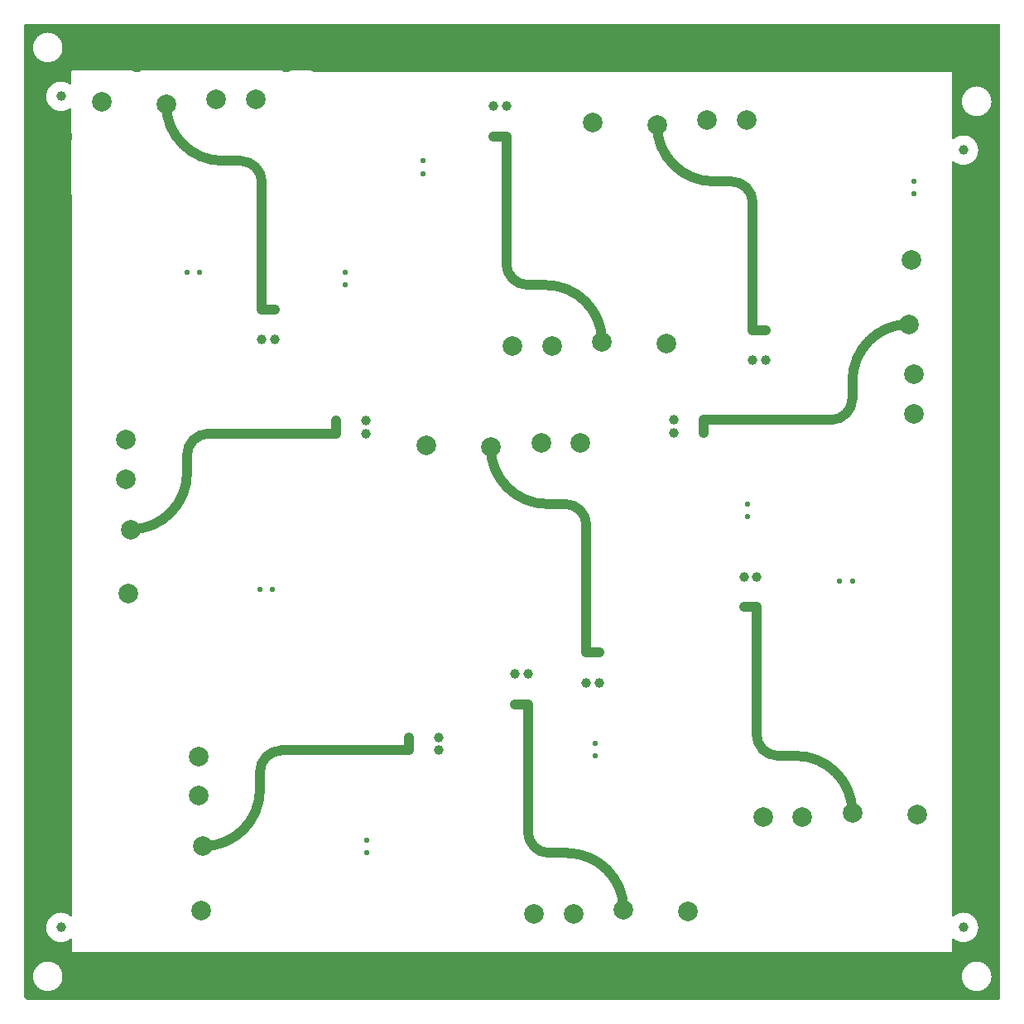
<source format=gtl>
%FSLAX46Y46*%
%MOMM*%
%ADD11C,1.000000*%
%AMPS13*
1,1,1.000000,0.000000,0.000000*
%
%ADD13PS13*%
%AMPS19*
1,1,1.000000,0.000000,0.000000*
%
%ADD19PS19*%
%AMPS16*
1,1,1.000000,0.000000,0.000000*
%
%ADD16PS16*%
%AMPS22*
1,1,1.000000,0.000000,0.000000*
%
%ADD22PS22*%
%AMPS12*
1,1,2.000000,0.000000,0.000000*
%
%ADD12PS12*%
%AMPS18*
1,1,2.000000,0.000000,0.000000*
%
%ADD18PS18*%
%AMPS15*
1,1,2.000000,0.000000,0.000000*
%
%ADD15PS15*%
%AMPS21*
1,1,2.000000,0.000000,0.000000*
%
%ADD21PS21*%
%AMPS14*
1,1,0.550000,0.000000,0.000000*
%
%ADD14PS14*%
%AMPS20*
1,1,0.550000,0.000000,0.000000*
%
%ADD20PS20*%
%AMPS17*
1,1,0.550000,0.000000,0.000000*
%
%ADD17PS17*%
%AMPS23*
1,1,0.550000,0.000000,0.000000*
%
%ADD23PS23*%
%AMPS10*
1,1,1.000000,0.000000,0.000000*
%
%ADD10PS10*%
G01*
%LPD*%
G36*
X99790000Y110000D02*
X99829004Y117920D01*
X99861829Y140425D01*
X99883277Y173952D01*
X99890000Y210000D01*
X99890000Y99790000D01*
X99882080Y99829004D01*
X99859575Y99861829D01*
X99826048Y99883277D01*
X99790000Y99890000D01*
X210000Y99890000D01*
X170996Y99882080D01*
X138171Y99859575D01*
X116723Y99826048D01*
X110000Y99790000D01*
X110000Y351422D01*
X117920Y312418D01*
X140425Y279593D01*
X173952Y258145D01*
X213188Y251473D01*
X251919Y260632D01*
X280711Y280711D01*
X258732Y247531D01*
X251435Y208406D01*
X259975Y169534D01*
X283001Y137071D01*
X316865Y116161D01*
X351422Y110000D01*
X99790000Y110000D01*
D02*
G37*
%LPC*%
G36*
X2527224Y95995729D02*
X2472776Y95995729D01*
X2379633Y96000306D01*
X2325475Y96005640D01*
X2233240Y96019321D01*
X2179815Y96029948D01*
X2089397Y96052596D01*
X2037265Y96068410D01*
X1949504Y96099812D01*
X1899182Y96120656D01*
X1814912Y96160513D01*
X1766876Y96186189D01*
X1686914Y96234115D01*
X1641634Y96264371D01*
X1566754Y96319906D01*
X1524642Y96354466D01*
X1455580Y96417061D01*
X1417061Y96455580D01*
X1354466Y96524642D01*
X1319906Y96566754D01*
X1264371Y96641634D01*
X1234115Y96686914D01*
X1186189Y96766876D01*
X1160513Y96814912D01*
X1120656Y96899182D01*
X1099812Y96949504D01*
X1068410Y97037265D01*
X1052596Y97089397D01*
X1029948Y97179815D01*
X1019321Y97233240D01*
X1005640Y97325475D01*
X1000306Y97379633D01*
X995729Y97472776D01*
X995729Y97527224D01*
X1000306Y97620367D01*
X1005640Y97674525D01*
X1019321Y97766760D01*
X1029948Y97820185D01*
X1052596Y97910603D01*
X1068410Y97962735D01*
X1099812Y98050496D01*
X1120656Y98100818D01*
X1160513Y98185088D01*
X1186189Y98233124D01*
X1234115Y98313086D01*
X1264371Y98358366D01*
X1319906Y98433246D01*
X1354466Y98475358D01*
X1417061Y98544420D01*
X1455580Y98582939D01*
X1524642Y98645534D01*
X1566754Y98680094D01*
X1641634Y98735629D01*
X1686914Y98765885D01*
X1766876Y98813811D01*
X1814912Y98839487D01*
X1899182Y98879344D01*
X1949504Y98900188D01*
X2037265Y98931590D01*
X2089397Y98947404D01*
X2179815Y98970052D01*
X2233240Y98980679D01*
X2325475Y98994360D01*
X2379633Y98999694D01*
X2472776Y99004271D01*
X2527224Y99004271D01*
X2620367Y98999694D01*
X2674525Y98994360D01*
X2766760Y98980679D01*
X2820185Y98970052D01*
X2910603Y98947404D01*
X2962735Y98931590D01*
X3050496Y98900188D01*
X3100818Y98879344D01*
X3185088Y98839487D01*
X3233124Y98813811D01*
X3313086Y98765885D01*
X3358366Y98735629D01*
X3433246Y98680094D01*
X3475358Y98645534D01*
X3544420Y98582939D01*
X3582939Y98544420D01*
X3645534Y98475358D01*
X3680094Y98433246D01*
X3735629Y98358366D01*
X3765885Y98313086D01*
X3813811Y98233124D01*
X3839487Y98185088D01*
X3879344Y98100818D01*
X3900188Y98050496D01*
X3931590Y97962735D01*
X3947404Y97910603D01*
X3970052Y97820185D01*
X3980679Y97766760D01*
X3994360Y97674525D01*
X3999694Y97620367D01*
X4004271Y97527224D01*
X4004271Y97472776D01*
X3999694Y97379633D01*
X3994360Y97325475D01*
X3980679Y97233240D01*
X3970052Y97179815D01*
X3947404Y97089397D01*
X3931590Y97037265D01*
X3900188Y96949504D01*
X3879344Y96899182D01*
X3839487Y96814912D01*
X3813811Y96766876D01*
X3765885Y96686914D01*
X3735629Y96641634D01*
X3680094Y96566754D01*
X3645534Y96524642D01*
X3582939Y96455580D01*
X3544420Y96417061D01*
X3475358Y96354466D01*
X3433246Y96319906D01*
X3358366Y96264371D01*
X3313086Y96234115D01*
X3233124Y96186189D01*
X3185088Y96160513D01*
X3100818Y96120656D01*
X3050496Y96099812D01*
X2962735Y96068410D01*
X2910603Y96052596D01*
X2820185Y96029948D01*
X2766760Y96019321D01*
X2674525Y96005640D01*
X2620367Y96000306D01*
X2527224Y95995729D01*
D02*
G37*
%LPC*%
G36*
X4970711Y4970711D02*
X4992690Y5003891D01*
X5000000Y5041422D01*
X5000000Y6287137D01*
X4992080Y6326141D01*
X4969575Y6358966D01*
X4936048Y6380414D01*
X4896812Y6387086D01*
X4858081Y6377927D01*
X4836561Y6364439D01*
X4763895Y6304804D01*
X4728428Y6278501D01*
X4642352Y6220986D01*
X4604479Y6198286D01*
X4513163Y6149477D01*
X4473256Y6130602D01*
X4377611Y6090985D01*
X4336045Y6076111D01*
X4236937Y6046047D01*
X4194126Y6035324D01*
X4092587Y6015127D01*
X4048891Y6008645D01*
X3945895Y5998499D01*
X3901763Y5996331D01*
X3798237Y5996331D01*
X3754105Y5998499D01*
X3651109Y6008645D01*
X3607413Y6015127D01*
X3505874Y6035324D01*
X3463063Y6046047D01*
X3363955Y6076111D01*
X3322389Y6090985D01*
X3226744Y6130602D01*
X3186837Y6149477D01*
X3095521Y6198286D01*
X3057648Y6220986D01*
X2971572Y6278501D01*
X2936105Y6304804D01*
X2856060Y6370494D01*
X2823357Y6400135D01*
X2750135Y6473357D01*
X2720494Y6506060D01*
X2654804Y6586105D01*
X2628501Y6621572D01*
X2570986Y6707648D01*
X2548286Y6745521D01*
X2499477Y6836837D01*
X2480602Y6876744D01*
X2440985Y6972389D01*
X2426111Y7013955D01*
X2396047Y7113063D01*
X2385324Y7155874D01*
X2365127Y7257413D01*
X2358645Y7301109D01*
X2348499Y7404105D01*
X2346331Y7448237D01*
X2346331Y7551763D01*
X2348499Y7595895D01*
X2358645Y7698891D01*
X2365127Y7742587D01*
X2385324Y7844126D01*
X2396047Y7886937D01*
X2426111Y7986045D01*
X2440985Y8027611D01*
X2480602Y8123256D01*
X2499477Y8163163D01*
X2548286Y8254479D01*
X2570986Y8292352D01*
X2628501Y8378428D01*
X2654804Y8413895D01*
X2720494Y8493940D01*
X2750135Y8526643D01*
X2823357Y8599865D01*
X2856060Y8629506D01*
X2936105Y8695196D01*
X2971572Y8721499D01*
X3057648Y8779014D01*
X3095521Y8801714D01*
X3186837Y8850523D01*
X3226744Y8869398D01*
X3322389Y8909015D01*
X3363955Y8923889D01*
X3463063Y8953953D01*
X3505874Y8964676D01*
X3607413Y8984873D01*
X3651109Y8991355D01*
X3754105Y9001501D01*
X3798237Y9003669D01*
X3901763Y9003669D01*
X3945895Y9001501D01*
X4048891Y8991355D01*
X4092587Y8984873D01*
X4194126Y8964676D01*
X4236937Y8953953D01*
X4336045Y8923889D01*
X4377611Y8909015D01*
X4473256Y8869398D01*
X4513163Y8850523D01*
X4604479Y8801714D01*
X4642352Y8779014D01*
X4728428Y8721499D01*
X4763895Y8695196D01*
X4836561Y8635561D01*
X4871736Y8616940D01*
X4911388Y8613514D01*
X4949236Y8625824D01*
X4979285Y8651921D01*
X4996775Y8687671D01*
X5000000Y8712863D01*
X5000000Y82322016D01*
X4992080Y82361020D01*
X4969575Y82393845D01*
X4942228Y82410224D01*
X4896060Y82472069D01*
X4890000Y82508303D01*
X4890000Y87984383D01*
X4914524Y88060982D01*
X4959821Y88094797D01*
X4986338Y88124476D01*
X5000000Y88174931D01*
X5000000Y88622016D01*
X4992080Y88661020D01*
X4969575Y88693845D01*
X4942228Y88710224D01*
X4896060Y88772069D01*
X4890000Y88808303D01*
X4890000Y91199664D01*
X4882080Y91238668D01*
X4859575Y91271493D01*
X4826048Y91292941D01*
X4786812Y91299613D01*
X4748081Y91290454D01*
X4730435Y91279988D01*
X4728440Y91278509D01*
X4642352Y91220986D01*
X4604479Y91198286D01*
X4513163Y91149477D01*
X4473256Y91130602D01*
X4377611Y91090985D01*
X4336045Y91076111D01*
X4236937Y91046047D01*
X4194126Y91035324D01*
X4092587Y91015127D01*
X4048891Y91008645D01*
X3945895Y90998499D01*
X3901763Y90996331D01*
X3798237Y90996331D01*
X3754105Y90998499D01*
X3651109Y91008645D01*
X3607413Y91015127D01*
X3505874Y91035324D01*
X3463063Y91046047D01*
X3363955Y91076111D01*
X3322389Y91090985D01*
X3226744Y91130602D01*
X3186837Y91149477D01*
X3095521Y91198286D01*
X3057648Y91220986D01*
X2971572Y91278501D01*
X2936105Y91304804D01*
X2856060Y91370494D01*
X2823357Y91400135D01*
X2750135Y91473357D01*
X2720494Y91506060D01*
X2654804Y91586105D01*
X2628501Y91621572D01*
X2570986Y91707648D01*
X2548286Y91745521D01*
X2499477Y91836837D01*
X2480602Y91876744D01*
X2440985Y91972389D01*
X2426111Y92013955D01*
X2396047Y92113063D01*
X2385324Y92155874D01*
X2365127Y92257413D01*
X2358645Y92301109D01*
X2348499Y92404105D01*
X2346331Y92448237D01*
X2346331Y92551763D01*
X2348499Y92595895D01*
X2358645Y92698891D01*
X2365127Y92742587D01*
X2385324Y92844126D01*
X2396047Y92886937D01*
X2426111Y92986045D01*
X2440985Y93027611D01*
X2480602Y93123256D01*
X2499477Y93163163D01*
X2548286Y93254479D01*
X2570986Y93292352D01*
X2628501Y93378428D01*
X2654804Y93413895D01*
X2720494Y93493940D01*
X2750135Y93526643D01*
X2823357Y93599865D01*
X2856060Y93629506D01*
X2936105Y93695196D01*
X2971572Y93721499D01*
X3057648Y93779014D01*
X3095521Y93801714D01*
X3186837Y93850523D01*
X3226744Y93869398D01*
X3322389Y93909015D01*
X3363955Y93923889D01*
X3463063Y93953953D01*
X3505874Y93964676D01*
X3607413Y93984873D01*
X3651109Y93991355D01*
X3754105Y94001501D01*
X3798237Y94003669D01*
X3901763Y94003669D01*
X3945895Y94001501D01*
X4048891Y93991355D01*
X4092587Y93984873D01*
X4194126Y93964676D01*
X4236937Y93953953D01*
X4336045Y93923889D01*
X4377611Y93909015D01*
X4473256Y93869398D01*
X4513163Y93850523D01*
X4604479Y93801714D01*
X4642352Y93779014D01*
X4728440Y93721491D01*
X4730435Y93720012D01*
X4766481Y93703141D01*
X4806254Y93701666D01*
X4843451Y93715820D01*
X4872182Y93743361D01*
X4887895Y93779928D01*
X4890000Y93800336D01*
X4890000Y94984383D01*
X4914524Y95060982D01*
X4972069Y95103940D01*
X5008303Y95110000D01*
X11184383Y95110000D01*
X11260982Y95085476D01*
X11294797Y95040179D01*
X11324476Y95013662D01*
X11374931Y95000000D01*
X11822016Y95000000D01*
X11861020Y95007920D01*
X11893845Y95030425D01*
X11910224Y95057772D01*
X11972069Y95103940D01*
X12008303Y95110000D01*
X26484383Y95110000D01*
X26560982Y95085476D01*
X26594797Y95040179D01*
X26624476Y95013662D01*
X26674931Y95000000D01*
X27122016Y95000000D01*
X27161020Y95007920D01*
X27193845Y95030425D01*
X27210224Y95057772D01*
X27272069Y95103940D01*
X27308303Y95110000D01*
X29484383Y95110000D01*
X29560982Y95085476D01*
X29594797Y95040179D01*
X29624476Y95013662D01*
X29674931Y95000000D01*
X94989949Y95000000D01*
X94998603Y94998243D01*
X95000000Y94990754D01*
X95000000Y88212863D01*
X95007920Y88173859D01*
X95030425Y88141034D01*
X95063952Y88119586D01*
X95103188Y88112914D01*
X95141919Y88122073D01*
X95163439Y88135561D01*
X95236105Y88195196D01*
X95271572Y88221499D01*
X95357648Y88279014D01*
X95395521Y88301714D01*
X95486837Y88350523D01*
X95526744Y88369398D01*
X95622389Y88409015D01*
X95663955Y88423889D01*
X95763063Y88453953D01*
X95805874Y88464676D01*
X95907413Y88484873D01*
X95951109Y88491355D01*
X96054105Y88501501D01*
X96098237Y88503669D01*
X96201763Y88503669D01*
X96245895Y88501501D01*
X96348891Y88491355D01*
X96392587Y88484873D01*
X96494126Y88464676D01*
X96536937Y88453953D01*
X96636045Y88423889D01*
X96677611Y88409015D01*
X96773256Y88369398D01*
X96813163Y88350523D01*
X96904479Y88301714D01*
X96942352Y88279014D01*
X97028428Y88221499D01*
X97063895Y88195196D01*
X97143940Y88129506D01*
X97176643Y88099865D01*
X97249865Y88026643D01*
X97279506Y87993940D01*
X97345196Y87913895D01*
X97371499Y87878428D01*
X97429014Y87792352D01*
X97451714Y87754479D01*
X97500523Y87663163D01*
X97519398Y87623256D01*
X97559015Y87527611D01*
X97573889Y87486045D01*
X97603953Y87386937D01*
X97614676Y87344126D01*
X97634873Y87242587D01*
X97641355Y87198891D01*
X97651501Y87095895D01*
X97653669Y87051763D01*
X97653669Y86948237D01*
X97651501Y86904105D01*
X97641355Y86801109D01*
X97634873Y86757413D01*
X97614676Y86655874D01*
X97603953Y86613063D01*
X97573889Y86513955D01*
X97559015Y86472389D01*
X97519398Y86376744D01*
X97500523Y86336837D01*
X97451714Y86245521D01*
X97429014Y86207648D01*
X97371499Y86121572D01*
X97345196Y86086105D01*
X97279506Y86006060D01*
X97249865Y85973357D01*
X97176643Y85900135D01*
X97143940Y85870494D01*
X97063895Y85804804D01*
X97028428Y85778501D01*
X96942352Y85720986D01*
X96904479Y85698286D01*
X96813163Y85649477D01*
X96773256Y85630602D01*
X96677611Y85590985D01*
X96636045Y85576111D01*
X96536937Y85546047D01*
X96494126Y85535324D01*
X96392587Y85515127D01*
X96348891Y85508645D01*
X96245895Y85498499D01*
X96201763Y85496331D01*
X96098237Y85496331D01*
X96054105Y85498499D01*
X95951109Y85508645D01*
X95907413Y85515127D01*
X95805874Y85535324D01*
X95763063Y85546047D01*
X95663955Y85576111D01*
X95622389Y85590985D01*
X95526744Y85630602D01*
X95486837Y85649477D01*
X95395521Y85698286D01*
X95357648Y85720986D01*
X95271572Y85778501D01*
X95236105Y85804804D01*
X95163439Y85864439D01*
X95128264Y85883060D01*
X95088612Y85886486D01*
X95050764Y85874176D01*
X95020715Y85848079D01*
X95003225Y85812329D01*
X95000000Y85787137D01*
X95000000Y8712863D01*
X95007920Y8673859D01*
X95030425Y8641034D01*
X95063952Y8619586D01*
X95103188Y8612914D01*
X95141919Y8622073D01*
X95163439Y8635561D01*
X95236105Y8695196D01*
X95271572Y8721499D01*
X95357648Y8779014D01*
X95395521Y8801714D01*
X95486837Y8850523D01*
X95526744Y8869398D01*
X95622389Y8909015D01*
X95663955Y8923889D01*
X95763063Y8953953D01*
X95805874Y8964676D01*
X95907413Y8984873D01*
X95951109Y8991355D01*
X96054105Y9001501D01*
X96098237Y9003669D01*
X96201763Y9003669D01*
X96245895Y9001501D01*
X96348891Y8991355D01*
X96392587Y8984873D01*
X96494126Y8964676D01*
X96536937Y8953953D01*
X96636045Y8923889D01*
X96677611Y8909015D01*
X96773256Y8869398D01*
X96813163Y8850523D01*
X96904479Y8801714D01*
X96942352Y8779014D01*
X97028428Y8721499D01*
X97063895Y8695196D01*
X97143940Y8629506D01*
X97176643Y8599865D01*
X97249865Y8526643D01*
X97279506Y8493940D01*
X97345196Y8413895D01*
X97371499Y8378428D01*
X97429014Y8292352D01*
X97451714Y8254479D01*
X97500523Y8163163D01*
X97519398Y8123256D01*
X97559015Y8027611D01*
X97573889Y7986045D01*
X97603953Y7886937D01*
X97614676Y7844126D01*
X97634873Y7742587D01*
X97641355Y7698891D01*
X97651501Y7595895D01*
X97653669Y7551763D01*
X97653669Y7448237D01*
X97651501Y7404105D01*
X97641355Y7301109D01*
X97634873Y7257413D01*
X97614676Y7155874D01*
X97603953Y7113063D01*
X97573889Y7013955D01*
X97559015Y6972389D01*
X97519398Y6876744D01*
X97500523Y6836837D01*
X97451714Y6745521D01*
X97429014Y6707648D01*
X97371499Y6621572D01*
X97345196Y6586105D01*
X97279506Y6506060D01*
X97249865Y6473357D01*
X97176643Y6400135D01*
X97143940Y6370494D01*
X97063895Y6304804D01*
X97028428Y6278501D01*
X96942352Y6220986D01*
X96904479Y6198286D01*
X96813163Y6149477D01*
X96773256Y6130602D01*
X96677611Y6090985D01*
X96636045Y6076111D01*
X96536937Y6046047D01*
X96494126Y6035324D01*
X96392587Y6015127D01*
X96348891Y6008645D01*
X96245895Y5998499D01*
X96201763Y5996331D01*
X96098237Y5996331D01*
X96054105Y5998499D01*
X95951109Y6008645D01*
X95907413Y6015127D01*
X95805874Y6035324D01*
X95763063Y6046047D01*
X95663955Y6076111D01*
X95622389Y6090985D01*
X95526744Y6130602D01*
X95486837Y6149477D01*
X95395521Y6198286D01*
X95357648Y6220986D01*
X95271572Y6278501D01*
X95236105Y6304804D01*
X95163439Y6364439D01*
X95128264Y6383060D01*
X95088612Y6386486D01*
X95050764Y6374176D01*
X95020715Y6348079D01*
X95003225Y6312329D01*
X95000000Y6287137D01*
X95000000Y5010051D01*
X94998243Y5001397D01*
X94990754Y5000000D01*
X5041422Y5000000D01*
X5002418Y4992080D01*
X4970711Y4970711D01*
D02*
G37*
%LPC*%
G36*
X97527224Y90495729D02*
X97472776Y90495729D01*
X97379633Y90500306D01*
X97325475Y90505640D01*
X97233240Y90519321D01*
X97179815Y90529948D01*
X97089397Y90552596D01*
X97037265Y90568410D01*
X96949504Y90599812D01*
X96899182Y90620656D01*
X96814912Y90660513D01*
X96766876Y90686189D01*
X96686914Y90734115D01*
X96641634Y90764371D01*
X96566754Y90819906D01*
X96524642Y90854466D01*
X96455580Y90917061D01*
X96417061Y90955580D01*
X96354466Y91024642D01*
X96319906Y91066754D01*
X96264371Y91141634D01*
X96234115Y91186914D01*
X96186189Y91266876D01*
X96160513Y91314912D01*
X96120656Y91399182D01*
X96099812Y91449504D01*
X96068410Y91537265D01*
X96052596Y91589397D01*
X96029948Y91679815D01*
X96019321Y91733240D01*
X96005640Y91825475D01*
X96000306Y91879633D01*
X95995729Y91972776D01*
X95995729Y92027224D01*
X96000306Y92120367D01*
X96005640Y92174525D01*
X96019321Y92266760D01*
X96029948Y92320185D01*
X96052596Y92410603D01*
X96068410Y92462735D01*
X96099812Y92550496D01*
X96120656Y92600818D01*
X96160513Y92685088D01*
X96186189Y92733124D01*
X96234115Y92813086D01*
X96264371Y92858366D01*
X96319906Y92933246D01*
X96354466Y92975358D01*
X96417061Y93044420D01*
X96455580Y93082939D01*
X96524642Y93145534D01*
X96566754Y93180094D01*
X96641634Y93235629D01*
X96686914Y93265885D01*
X96766876Y93313811D01*
X96814912Y93339487D01*
X96899182Y93379344D01*
X96949504Y93400188D01*
X97037265Y93431590D01*
X97089397Y93447404D01*
X97179815Y93470052D01*
X97233240Y93480679D01*
X97325475Y93494360D01*
X97379633Y93499694D01*
X97472776Y93504271D01*
X97527224Y93504271D01*
X97620367Y93499694D01*
X97674525Y93494360D01*
X97766760Y93480679D01*
X97820185Y93470052D01*
X97910603Y93447404D01*
X97962735Y93431590D01*
X98050496Y93400188D01*
X98100818Y93379344D01*
X98185088Y93339487D01*
X98233124Y93313811D01*
X98313086Y93265885D01*
X98358366Y93235629D01*
X98433246Y93180094D01*
X98475358Y93145534D01*
X98544420Y93082939D01*
X98582939Y93044420D01*
X98645534Y92975358D01*
X98680094Y92933246D01*
X98735629Y92858366D01*
X98765885Y92813086D01*
X98813811Y92733124D01*
X98839487Y92685088D01*
X98879344Y92600818D01*
X98900188Y92550496D01*
X98931590Y92462735D01*
X98947404Y92410603D01*
X98970052Y92320185D01*
X98980679Y92266760D01*
X98994360Y92174525D01*
X98999694Y92120367D01*
X99004271Y92027224D01*
X99004271Y91972776D01*
X98999694Y91879633D01*
X98994360Y91825475D01*
X98980679Y91733240D01*
X98970052Y91679815D01*
X98947404Y91589397D01*
X98931590Y91537265D01*
X98900188Y91449504D01*
X98879344Y91399182D01*
X98839487Y91314912D01*
X98813811Y91266876D01*
X98765885Y91186914D01*
X98735629Y91141634D01*
X98680094Y91066754D01*
X98645534Y91024642D01*
X98582939Y90955580D01*
X98544420Y90917061D01*
X98475358Y90854466D01*
X98433246Y90819906D01*
X98358366Y90764371D01*
X98313086Y90734115D01*
X98233124Y90686189D01*
X98185088Y90660513D01*
X98100818Y90620656D01*
X98050496Y90599812D01*
X97962735Y90568410D01*
X97910603Y90552596D01*
X97820185Y90529948D01*
X97766760Y90519321D01*
X97674525Y90505640D01*
X97620367Y90500306D01*
X97527224Y90495729D01*
D02*
G37*
%LPC*%
G36*
X97527224Y995729D02*
X97472776Y995729D01*
X97379633Y1000306D01*
X97325475Y1005640D01*
X97233240Y1019321D01*
X97179815Y1029948D01*
X97089397Y1052596D01*
X97037265Y1068410D01*
X96949504Y1099812D01*
X96899182Y1120656D01*
X96814912Y1160513D01*
X96766876Y1186189D01*
X96686914Y1234115D01*
X96641634Y1264371D01*
X96566754Y1319906D01*
X96524642Y1354466D01*
X96455580Y1417061D01*
X96417061Y1455580D01*
X96354466Y1524642D01*
X96319906Y1566754D01*
X96264371Y1641634D01*
X96234115Y1686914D01*
X96186189Y1766876D01*
X96160513Y1814912D01*
X96120656Y1899182D01*
X96099812Y1949504D01*
X96068410Y2037265D01*
X96052596Y2089397D01*
X96029948Y2179815D01*
X96019321Y2233240D01*
X96005640Y2325475D01*
X96000306Y2379633D01*
X95995729Y2472776D01*
X95995729Y2527224D01*
X96000306Y2620367D01*
X96005640Y2674525D01*
X96019321Y2766760D01*
X96029948Y2820185D01*
X96052596Y2910603D01*
X96068410Y2962735D01*
X96099812Y3050496D01*
X96120656Y3100818D01*
X96160513Y3185088D01*
X96186189Y3233124D01*
X96234115Y3313086D01*
X96264371Y3358366D01*
X96319906Y3433246D01*
X96354466Y3475358D01*
X96417061Y3544420D01*
X96455580Y3582939D01*
X96524642Y3645534D01*
X96566754Y3680094D01*
X96641634Y3735629D01*
X96686914Y3765885D01*
X96766876Y3813811D01*
X96814912Y3839487D01*
X96899182Y3879344D01*
X96949504Y3900188D01*
X97037265Y3931590D01*
X97089397Y3947404D01*
X97179815Y3970052D01*
X97233240Y3980679D01*
X97325475Y3994360D01*
X97379633Y3999694D01*
X97472776Y4004271D01*
X97527224Y4004271D01*
X97620367Y3999694D01*
X97674525Y3994360D01*
X97766760Y3980679D01*
X97820185Y3970052D01*
X97910603Y3947404D01*
X97962735Y3931590D01*
X98050496Y3900188D01*
X98100818Y3879344D01*
X98185088Y3839487D01*
X98233124Y3813811D01*
X98313086Y3765885D01*
X98358366Y3735629D01*
X98433246Y3680094D01*
X98475358Y3645534D01*
X98544420Y3582939D01*
X98582939Y3544420D01*
X98645534Y3475358D01*
X98680094Y3433246D01*
X98735629Y3358366D01*
X98765885Y3313086D01*
X98813811Y3233124D01*
X98839487Y3185088D01*
X98879344Y3100818D01*
X98900188Y3050496D01*
X98931590Y2962735D01*
X98947404Y2910603D01*
X98970052Y2820185D01*
X98980679Y2766760D01*
X98994360Y2674525D01*
X98999694Y2620367D01*
X99004271Y2527224D01*
X99004271Y2472776D01*
X98999694Y2379633D01*
X98994360Y2325475D01*
X98980679Y2233240D01*
X98970052Y2179815D01*
X98947404Y2089397D01*
X98931590Y2037265D01*
X98900188Y1949504D01*
X98879344Y1899182D01*
X98839487Y1814912D01*
X98813811Y1766876D01*
X98765885Y1686914D01*
X98735629Y1641634D01*
X98680094Y1566754D01*
X98645534Y1524642D01*
X98582939Y1455580D01*
X98544420Y1417061D01*
X98475358Y1354466D01*
X98433246Y1319906D01*
X98358366Y1264371D01*
X98313086Y1234115D01*
X98233124Y1186189D01*
X98185088Y1160513D01*
X98100818Y1120656D01*
X98050496Y1099812D01*
X97962735Y1068410D01*
X97910603Y1052596D01*
X97820185Y1029948D01*
X97766760Y1019321D01*
X97674525Y1005640D01*
X97620367Y1000306D01*
X97527224Y995729D01*
D02*
G37*
%LPC*%
G36*
X2527224Y995729D02*
X2472776Y995729D01*
X2379633Y1000306D01*
X2325475Y1005640D01*
X2233240Y1019321D01*
X2179815Y1029948D01*
X2089397Y1052596D01*
X2037265Y1068410D01*
X1949504Y1099812D01*
X1899182Y1120656D01*
X1814912Y1160513D01*
X1766876Y1186189D01*
X1686914Y1234115D01*
X1641634Y1264371D01*
X1566754Y1319906D01*
X1524641Y1354467D01*
X1505920Y1371435D01*
X1471701Y1391761D01*
X1432266Y1397130D01*
X1393859Y1386692D01*
X1368052Y1368052D01*
X1390031Y1401232D01*
X1397328Y1440357D01*
X1388788Y1479229D01*
X1371435Y1505920D01*
X1354467Y1524641D01*
X1319906Y1566754D01*
X1264371Y1641634D01*
X1234115Y1686914D01*
X1186189Y1766876D01*
X1160513Y1814912D01*
X1120656Y1899182D01*
X1099812Y1949504D01*
X1068410Y2037265D01*
X1052596Y2089397D01*
X1029948Y2179815D01*
X1019321Y2233240D01*
X1005640Y2325475D01*
X1000306Y2379633D01*
X995729Y2472776D01*
X995729Y2527224D01*
X1000306Y2620367D01*
X1005640Y2674525D01*
X1019321Y2766760D01*
X1029948Y2820185D01*
X1052596Y2910603D01*
X1068410Y2962735D01*
X1099812Y3050496D01*
X1120656Y3100818D01*
X1160513Y3185088D01*
X1186189Y3233124D01*
X1234115Y3313086D01*
X1264371Y3358366D01*
X1319906Y3433246D01*
X1354466Y3475358D01*
X1417061Y3544420D01*
X1455580Y3582939D01*
X1524642Y3645534D01*
X1566754Y3680094D01*
X1641634Y3735629D01*
X1686914Y3765885D01*
X1766876Y3813811D01*
X1814912Y3839487D01*
X1899182Y3879344D01*
X1949504Y3900188D01*
X2037265Y3931590D01*
X2089397Y3947404D01*
X2179815Y3970052D01*
X2233240Y3980679D01*
X2325475Y3994360D01*
X2379633Y3999694D01*
X2472776Y4004271D01*
X2527224Y4004271D01*
X2620367Y3999694D01*
X2674525Y3994360D01*
X2766760Y3980679D01*
X2820185Y3970052D01*
X2910603Y3947404D01*
X2962735Y3931590D01*
X3050496Y3900188D01*
X3100818Y3879344D01*
X3185088Y3839487D01*
X3233124Y3813811D01*
X3313086Y3765885D01*
X3358366Y3735629D01*
X3433246Y3680094D01*
X3475359Y3645533D01*
X3494080Y3628565D01*
X3528299Y3608239D01*
X3567734Y3602870D01*
X3606141Y3613308D01*
X3631948Y3631948D01*
X3609969Y3598768D01*
X3602672Y3559643D01*
X3611212Y3520771D01*
X3628565Y3494080D01*
X3645533Y3475359D01*
X3680094Y3433246D01*
X3735629Y3358366D01*
X3765885Y3313086D01*
X3813811Y3233124D01*
X3839487Y3185088D01*
X3879344Y3100818D01*
X3900188Y3050496D01*
X3931590Y2962735D01*
X3947404Y2910603D01*
X3970052Y2820185D01*
X3980679Y2766760D01*
X3994360Y2674525D01*
X3999694Y2620367D01*
X4004271Y2527224D01*
X4004271Y2472776D01*
X3999694Y2379633D01*
X3994360Y2325475D01*
X3980679Y2233240D01*
X3970052Y2179815D01*
X3947404Y2089397D01*
X3931590Y2037265D01*
X3900188Y1949504D01*
X3879344Y1899182D01*
X3839487Y1814912D01*
X3813811Y1766876D01*
X3765885Y1686914D01*
X3735629Y1641634D01*
X3680094Y1566754D01*
X3645534Y1524642D01*
X3582939Y1455580D01*
X3544420Y1417061D01*
X3475358Y1354466D01*
X3433246Y1319906D01*
X3358366Y1264371D01*
X3313086Y1234115D01*
X3233124Y1186189D01*
X3185088Y1160513D01*
X3100818Y1120656D01*
X3050496Y1099812D01*
X2962735Y1068410D01*
X2910603Y1052596D01*
X2820185Y1029948D01*
X2766760Y1019321D01*
X2674525Y1005640D01*
X2620367Y1000306D01*
X2527224Y995729D01*
D02*
G37*
%LPD*%
G01*
%LPD*%
D11*
X70600000Y83800000D02*
X72400000Y83800000D01*
D11*
X75900000Y68600000D02*
X74600000Y68600000D01*
D11*
X74600000Y68600000D02*
X74600000Y81600000D01*
D11*
X20400000Y85900000D02*
X22200000Y85900000D01*
D11*
X25700000Y70700000D02*
X24400000Y70700000D01*
D11*
X24400000Y70700000D02*
X24400000Y83700000D01*
D11*
X78997367Y25047127D02*
X77197367Y25047127D01*
D11*
X73697367Y40247127D02*
X74997367Y40247127D01*
D11*
X74997367Y40247127D02*
X74997367Y27247127D01*
D11*
X16750000Y54000000D02*
X16750000Y55800000D01*
D11*
X31950000Y59300000D02*
X31950000Y58000000D01*
D11*
X31950000Y58000000D02*
X18950000Y58000000D01*
D11*
X24200000Y21600000D02*
X24200000Y23400000D01*
D11*
X39400000Y26900000D02*
X39400000Y25600000D01*
D11*
X39400000Y25600000D02*
X26400000Y25600000D01*
D11*
X53600000Y50800000D02*
X55400000Y50800000D01*
D11*
X58900000Y35600000D02*
X57600000Y35600000D01*
D11*
X57600000Y35600000D02*
X57600000Y48600000D01*
D11*
X84800000Y63400000D02*
X84800000Y61600000D01*
D11*
X69600000Y58100000D02*
X69600000Y59400000D01*
D11*
X69600000Y59400000D02*
X82600000Y59400000D01*
D11*
X55600000Y15100000D02*
X53800000Y15100000D01*
D11*
X50300000Y30300000D02*
X51600000Y30300000D01*
D11*
X51600000Y30300000D02*
X51600000Y17300000D01*
D11*
X53400000Y73200000D02*
X51600000Y73200000D01*
D11*
X48100000Y88400000D02*
X49400000Y88400000D01*
D11*
X49400000Y88400000D02*
X49400000Y75400000D01*
G75*
D11*
G03*
X74600000Y81600000D02*
X72400000Y83800000I-2200000J0D01*
D11*
G03*
X64800000Y89600000D02*
X70600000Y83800000I5800001J1D01*
D11*
G03*
X24400000Y83700000D02*
X22200000Y85900000I-2200000J0D01*
D11*
G03*
X14600000Y91700000D02*
X20400000Y85900000I5800001J1D01*
D11*
G03*
X74997367Y27247127D02*
X77197367Y25047127I2200000J0D01*
D11*
G03*
X84797367Y19247127D02*
X78997367Y25047127I-5800001J-1D01*
D11*
G03*
X18950000Y58000000D02*
X16750000Y55800000I0J-2200000D01*
D11*
G03*
X10950000Y48200000D02*
X16750000Y54000000I-1J5800001D01*
D11*
G03*
X26400000Y25600000D02*
X24200000Y23400000I0J-2200000D01*
D11*
G03*
X18400000Y15800000D02*
X24200000Y21600000I-1J5800001D01*
D11*
G03*
X57600000Y48600000D02*
X55400000Y50800000I-2200000J0D01*
D11*
G03*
X47800000Y56600000D02*
X53600000Y50800000I5800001J1D01*
D11*
G03*
X82600000Y59400000D02*
X84800000Y61600000I0J2200000D01*
D11*
G03*
X90600000Y69200000D02*
X84800000Y63400000I1J-5800001D01*
D11*
G03*
X51600000Y17300000D02*
X53800000Y15100000I2200000J0D01*
D11*
G03*
X61400000Y9300000D02*
X55600000Y15100000I-5800001J-1D01*
D11*
G03*
X49400000Y75400000D02*
X51600000Y73200000I2200000J0D01*
D11*
G03*
X59200000Y67400000D02*
X53400000Y73200000I-5800001J-1D01*
D10*
X3850000Y7500000D03*
D10*
X96150000Y7500000D03*
D10*
X3850000Y92500000D03*
D10*
X96150000Y87000000D03*
D12*
X73950000Y90050000D03*
D13*
X75900000Y65500000D03*
D13*
X74600000Y65500000D03*
D12*
X69950000Y90050000D03*
D13*
X74600000Y68600000D03*
D12*
X64800000Y89600000D03*
D12*
X58200000Y89800000D03*
D13*
X75900000Y68600000D03*
D14*
X91100000Y83800000D03*
D14*
X91100000Y82500000D03*
D12*
X23750000Y92150000D03*
D13*
X25700000Y67600000D03*
D13*
X24400000Y67600000D03*
D12*
X19750000Y92150000D03*
D13*
X24400000Y70700000D03*
D12*
X14600000Y91700000D03*
D12*
X8000000Y91900000D03*
D13*
X25700000Y70700000D03*
D14*
X40900000Y85900000D03*
D14*
X40900000Y84600000D03*
D15*
X75647367Y18797127D03*
D16*
X73697367Y43347127D03*
D16*
X74997367Y43347127D03*
D15*
X79647367Y18797127D03*
D16*
X74997367Y40247127D03*
D15*
X84797367Y19247127D03*
D15*
X91397367Y19047127D03*
D16*
X73697367Y40247127D03*
D17*
X58497367Y25047127D03*
D17*
X58497367Y26347127D03*
D18*
X10500000Y57350000D03*
D19*
X35050000Y59300000D03*
D19*
X35050000Y58000000D03*
D18*
X10500000Y53350000D03*
D19*
X31950000Y58000000D03*
D18*
X10950000Y48200000D03*
D18*
X10750000Y41600000D03*
D19*
X31950000Y59300000D03*
D20*
X16750000Y74500000D03*
D20*
X18050000Y74500000D03*
D18*
X17950000Y24950000D03*
D19*
X42500000Y26900000D03*
D19*
X42500000Y25600000D03*
D18*
X17950000Y20950000D03*
D19*
X39400000Y25600000D03*
D18*
X18400000Y15800000D03*
D18*
X18200000Y9200000D03*
D19*
X39400000Y26900000D03*
D20*
X24200000Y42100000D03*
D20*
X25500000Y42100000D03*
D12*
X56950000Y57050000D03*
D13*
X58900000Y32500000D03*
D13*
X57600000Y32500000D03*
D12*
X52950000Y57050000D03*
D13*
X57600000Y35600000D03*
D12*
X47800000Y56600000D03*
D12*
X41200000Y56800000D03*
D13*
X58900000Y35600000D03*
D14*
X74100000Y50800000D03*
D14*
X74100000Y49500000D03*
D21*
X91050000Y60050000D03*
D22*
X66500000Y58100000D03*
D22*
X66500000Y59400000D03*
D21*
X91050000Y64050000D03*
D22*
X69600000Y59400000D03*
D21*
X90600000Y69200000D03*
D21*
X90800000Y75800000D03*
D22*
X69600000Y58100000D03*
D23*
X84800000Y42900000D03*
D23*
X83500000Y42900000D03*
D15*
X52250000Y8850000D03*
D16*
X50300000Y33400000D03*
D16*
X51600000Y33400000D03*
D15*
X56250000Y8850000D03*
D16*
X51600000Y30300000D03*
D15*
X61400000Y9300000D03*
D15*
X68000000Y9100000D03*
D16*
X50300000Y30300000D03*
D17*
X35100000Y15100000D03*
D17*
X35100000Y16400000D03*
D15*
X50050000Y66950000D03*
D16*
X48100000Y91500000D03*
D16*
X49400000Y91500000D03*
D15*
X54050000Y66950000D03*
D16*
X49400000Y88400000D03*
D15*
X59200000Y67400000D03*
D15*
X65800000Y67200000D03*
D16*
X48100000Y88400000D03*
D17*
X32900000Y73200000D03*
D17*
X32900000Y74500000D03*
M02*

</source>
